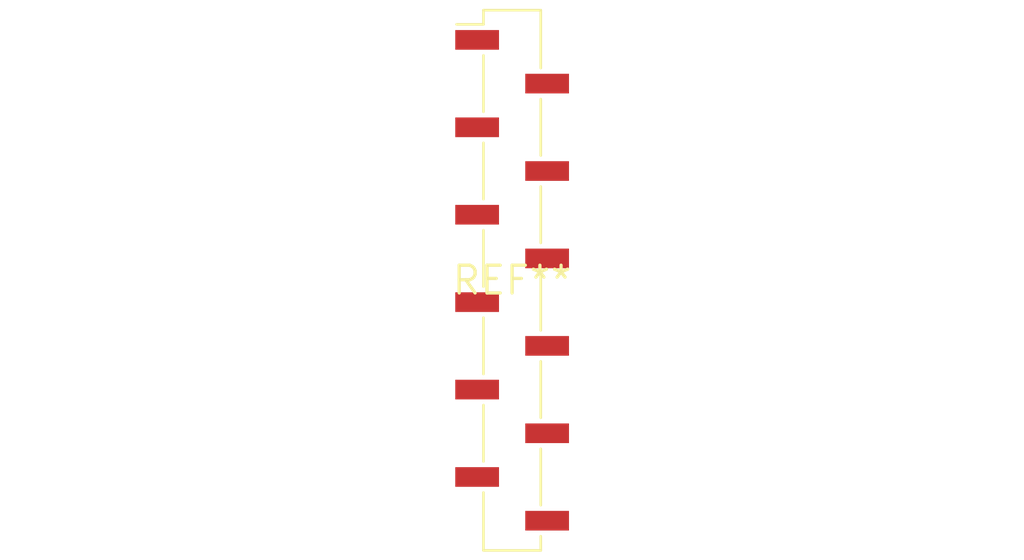
<source format=kicad_pcb>
(kicad_pcb (version 20240108) (generator pcbnew)
  (layers (0 "F.Cu" signal) (31 "B.Cu" signal) (34 "B.Paste" user) (35 "F.Paste" user) (36 "B.SilkS" user "B.Silkscreen") (37 "F.SilkS" user "F.Silkscreen") (38 "B.Mask" user) (39 "F.Mask" user) (44 "Edge.Cuts" user))
  (net 0 "")
  (footprint "PinSocket_1x12_P2.00mm_Vertical_SMD_Pin1Left" (layer "F.Cu") (at 0 0)
    (property "Reference" "REF**")
    (property "Value" "PinSocket_1x12_P2.00mm_Vertical_SMD_Pin1Left")
    (fp_line (start -2.54 -11.71) (end -1.31 -11.71) (layer "F.SilkS") (stroke (width 0.12)))
    (fp_line (start -1.31 -12.36) (end -1.31 -11.71) (layer "F.SilkS") (stroke (width 0.12)))
    (fp_line (start -1.31 -12.36) (end 1.31 -12.36) (layer "F.SilkS") (stroke (width 0.12)))
    (fp_line (start -1.31 -10.29) (end -1.31 -7.71) (layer "F.SilkS") (stroke (width 0.12)))
    (fp_line (start -1.31 -6.29) (end -1.31 -3.71) (layer "F.SilkS") (stroke (width 0.12)))
    (fp_line (start -1.31 -2.29) (end -1.31 0.29) (layer "F.SilkS") (stroke (width 0.12)))
    (fp_line (start -1.31 1.71) (end -1.31 4.29) (layer "F.SilkS") (stroke (width 0.12)))
    (fp_line (start -1.31 5.71) (end -1.31 8.29) (layer "F.SilkS") (stroke (width 0.12)))
    (fp_line (start -1.31 9.71) (end -1.31 12.36) (layer "F.SilkS") (stroke (width 0.12)))
    (fp_line (start -1.31 12.36) (end 1.31 12.36) (layer "F.SilkS") (stroke (width 0.12)))
    (fp_line (start 1.31 -12.36) (end 1.31 -9.71) (layer "F.SilkS") (stroke (width 0.12)))
    (fp_line (start 1.31 -8.29) (end 1.31 -5.71) (layer "F.SilkS") (stroke (width 0.12)))
    (fp_line (start 1.31 -4.29) (end 1.31 -1.71) (layer "F.SilkS") (stroke (width 0.12)))
    (fp_line (start 1.31 -0.29) (end 1.31 2.29) (layer "F.SilkS") (stroke (width 0.12)))
    (fp_line (start 1.31 3.71) (end 1.31 6.29) (layer "F.SilkS") (stroke (width 0.12)))
    (fp_line (start 1.31 7.71) (end 1.31 10.29) (layer "F.SilkS") (stroke (width 0.12)))
    (fp_line (start 1.31 11.71) (end 1.31 12.36) (layer "F.SilkS") (stroke (width 0.12)))
    (pad "1" smd rect (at -1.6 -11) (size 2 0.9) (layers "F.Cu" "F.Paste" "F.Mask"))
    (pad "2" smd rect (at 1.6 -9) (size 2 0.9) (layers "F.Cu" "F.Paste" "F.Mask"))
    (pad "3" smd rect (at -1.6 -7) (size 2 0.9) (layers "F.Cu" "F.Paste" "F.Mask"))
    (pad "4" smd rect (at 1.6 -5) (size 2 0.9) (layers "F.Cu" "F.Paste" "F.Mask"))
    (pad "5" smd rect (at -1.6 -3) (size 2 0.9) (layers "F.Cu" "F.Paste" "F.Mask"))
    (pad "6" smd rect (at 1.6 -1) (size 2 0.9) (layers "F.Cu" "F.Paste" "F.Mask"))
    (pad "7" smd rect (at -1.6 1) (size 2 0.9) (layers "F.Cu" "F.Paste" "F.Mask"))
    (pad "8" smd rect (at 1.6 3) (size 2 0.9) (layers "F.Cu" "F.Paste" "F.Mask"))
    (pad "9" smd rect (at -1.6 5) (size 2 0.9) (layers "F.Cu" "F.Paste" "F.Mask"))
    (pad "10" smd rect (at 1.6 7) (size 2 0.9) (layers "F.Cu" "F.Paste" "F.Mask"))
    (pad "11" smd rect (at -1.6 9) (size 2 0.9) (layers "F.Cu" "F.Paste" "F.Mask"))
    (pad "12" smd rect (at 1.6 11) (size 2 0.9) (layers "F.Cu" "F.Paste" "F.Mask"))
  )
)
</source>
